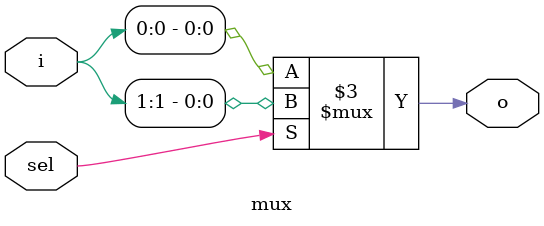
<source format=v>
`timescale 1ns / 1ps
module mux(
	input[1:0] i,
	input sel,
	output reg o
);
	
	always @(*) begin
		if (sel) begin
			o = i[1];
		end
		else
			o = i[0];
	end
	

endmodule

</source>
